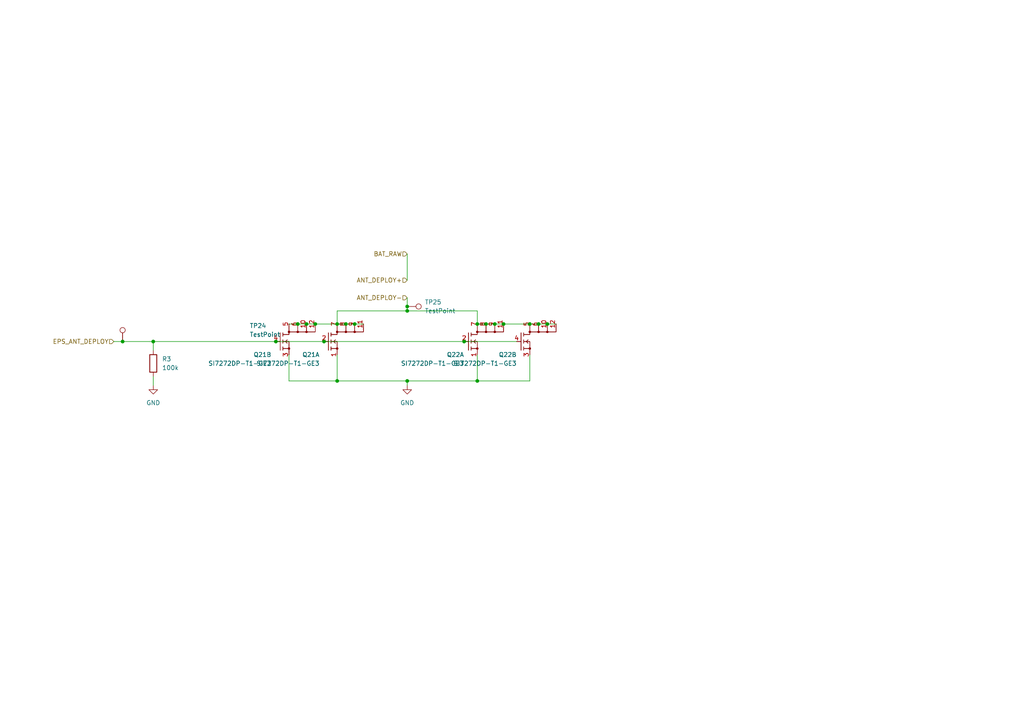
<source format=kicad_sch>
(kicad_sch (version 20231120) (generator "eeschema") (generator_version "8.0")
  (paper "A4")
  (lib_symbols
    (symbol "Connector:TestPoint" (pin_numbers hide) (pin_names (offset 0.762) hide)
      (property "Reference" "TP" (at 0 6.858 0))
      (property "Value" "TestPoint" (at 0 5.08 0))
      (symbol "TestPoint_0_1"
        (circle (center 0 3.302) (radius 0.762))
      )
      (symbol "TestPoint_1_1"
        (pin passive line (at 0 0 90) (length 2.54) (name "1") (number "1"))
      )
    )
    (symbol "Device:R" (pin_numbers hide) (pin_names (offset 0))
      (property "Reference" "R" (at 2.032 0 90))
      (property "Value" "R" (at 0 0 90))
      (symbol "R_0_1"
        (rectangle (start -1.016 -2.54) (end 1.016 2.54) (stroke (width 0.254)))
      )
      (symbol "R_1_1"
        (pin passive line (at 0 3.81 270) (length 1.27) (name "~") (number "1"))
        (pin passive line (at 0 -3.81 90) (length 1.27) (name "~") (number "2"))
      )
    )
    (symbol "STS_Transistor_FET:SI7272DP-T1-GE3" (pin_names hide)
      (property "Reference" "Q" (at -3.556 3.81 0))
      (property "Value" "SI7272DP-T1-GE3" (at 5.842 -3.048 0))
      (symbol "SI7272DP-T1-GE3_0_1"
        (polyline (pts (xy 1.27 0) (xy 1.27 -2.54)))
        (polyline (pts (xy 1.27 0) (xy 1.27 -2.54)))
        (polyline (pts (xy 2.032 -2.54) (xy 2.032 -1.524)))
        (polyline (pts (xy 2.032 -2.54) (xy 2.032 -1.524)))
        (polyline (pts (xy 2.032 0.508) (xy 2.032 -0.508)))
        (polyline (pts (xy 2.032 0.508) (xy 2.032 -0.508)))
        (polyline (pts (xy 2.032 2.54) (xy 2.032 1.524)))
        (polyline (pts (xy 2.032 2.54) (xy 2.032 1.524)))
        (polyline (pts (xy 2.794 0) (xy 3.302 -0.508)))
        (polyline (pts (xy 2.794 0) (xy 3.302 -0.508)))
        (polyline (pts (xy 2.794 0) (xy 3.302 0.508)))
        (polyline (pts (xy 2.794 0) (xy 3.302 0.508)))
        (polyline (pts (xy 3.81 2.794) (xy 3.81 5.08)))
        (polyline (pts (xy 3.81 2.794) (xy 3.81 5.08)))
        (polyline (pts (xy 0 0) (xy 1.27 0) (xy 1.27 2.54)))
        (polyline (pts (xy 0 0) (xy 1.27 0) (xy 1.27 2.54)))
        (polyline (pts (xy 2.032 -2.032) (xy 3.81 -2.032) (xy 3.81 -3.81)))
        (polyline (pts (xy 2.032 -2.032) (xy 3.81 -2.032) (xy 3.81 -3.81)))
        (polyline (pts (xy 2.032 0) (xy 3.81 0) (xy 3.81 -2.032)))
        (polyline (pts (xy 2.032 0) (xy 3.81 0) (xy 3.81 -2.032)))
        (polyline (pts (xy 2.032 2.032) (xy 3.81 2.032) (xy 3.81 2.794)))
        (polyline (pts (xy 2.032 2.032) (xy 3.81 2.032) (xy 3.81 2.794)))
        (polyline (pts (xy 6.35 2.794) (xy 8.89 2.794) (xy 8.89 5.08)))
        (polyline (pts (xy 6.35 2.794) (xy 8.89 2.794) (xy 8.89 5.08)))
        (polyline (pts (xy 6.35 5.08) (xy 6.35 2.794) (xy 3.81 2.794)))
        (polyline (pts (xy 6.35 5.08) (xy 6.35 2.794) (xy 3.81 2.794)))
        (polyline (pts (xy 8.89 2.794) (xy 11.43 2.794) (xy 11.43 5.08)))
        (polyline (pts (xy 8.89 2.794) (xy 11.43 2.794) (xy 11.43 5.08)))
        (circle (center 3.81 -2.032) (radius 0.254) (fill (type outline)))
        (circle (center 3.81 -2.032) (radius 0.254) (fill (type outline)))
        (circle (center 3.81 2.794) (radius 0.254) (fill (type outline)))
        (circle (center 3.81 2.794) (radius 0.254) (fill (type outline)))
        (circle (center 6.35 2.794) (radius 0.254) (fill (type outline)))
        (circle (center 6.35 2.794) (radius 0.254) (fill (type outline)))
        (circle (center 8.89 2.794) (radius 0.254) (fill (type outline)))
        (circle (center 8.89 2.794) (radius 0.254) (fill (type outline)))
      )
      (symbol "SI7272DP-T1-GE3_1_0"
        (pin passive line (at 3.81 -3.81 270) (length 0) (name "S1") (number "1"))
        (pin passive line (at 11.43 5.08 90) (length 0) (name "D1_4") (number "11"))
        (pin passive line (at 0 0 180) (length 0) (name "G1") (number "2"))
        (pin passive line (at 0 0 180) (length 0) (name "G1") (number "2"))
        (pin passive line (at 3.81 5.08 90) (length 0) (name "D1_1") (number "7"))
        (pin passive line (at 6.35 5.08 90) (length 0) (name "D1_2") (number "8"))
        (pin passive line (at 8.89 5.08 90) (length 0) (name "D1_3") (number "9"))
      )
      (symbol "SI7272DP-T1-GE3_2_0"
        (pin passive line (at 8.89 5.08 90) (length 0) (name "D2_3") (number "10"))
        (pin passive line (at 11.43 5.08 90) (length 0) (name "D2_4") (number "12"))
        (pin passive line (at 3.81 -3.81 270) (length 0) (name "S2") (number "3"))
        (pin passive line (at 0 0 180) (length 0) (name "G2") (number "4"))
        (pin passive line (at 3.81 5.08 90) (length 0) (name "D2_1") (number "5"))
        (pin passive line (at 6.35 5.08 90) (length 0) (name "D2_2") (number "6"))
      )
    )
    (symbol "power:GND" (power) (pin_numbers hide) (pin_names (offset 0) hide)
      (property "Value" "GND" (at 0 -3.81 0))
      (symbol "GND_0_1"
        (polyline (pts (xy 0 0) (xy 0 -1.27) (xy 1.27 -1.27) (xy 0 -2.54) (xy -1.27 -1.27) (xy 0 -1.27)))
      )
      (symbol "GND_1_1"
        (pin power_in line (at 0 0 270) (length 0) (name "~") (number "1"))
      )
    )
  )
  (junction (at 88.9 93.98))
  (junction (at 153.67 93.98))
  (junction (at 93.98 99.06))
  (junction (at 118.11 110.49))
  (junction (at 97.79 110.49))
  (junction (at 80.01 99.06))
  (junction (at 118.11 88.9))
  (junction (at 138.43 110.49))
  (junction (at 140.97 93.98))
  (junction (at 100.33 93.98))
  (junction (at 134.62 99.06))
  (junction (at 91.44 93.98))
  (junction (at 143.51 93.98))
  (junction (at 44.45 99.06))
  (junction (at 97.79 93.98))
  (junction (at 118.11 90.17))
  (junction (at 35.56 99.06))
  (junction (at 146.05 93.98))
  (junction (at 158.75 93.98))
  (junction (at 102.87 93.98))
  (junction (at 86.36 93.98))
  (junction (at 156.21 93.98))
  (junction (at 138.43 93.98))
  (wire (pts (xy 83.82 102.87) (xy 83.82 110.49)))
  (wire (pts (xy 86.36 93.98) (xy 88.9 93.98)))
  (wire (pts (xy 134.62 99.06) (xy 149.86 99.06)))
  (wire (pts (xy 118.11 90.17) (xy 118.11 88.9)))
  (wire (pts (xy 44.45 109.22) (xy 44.45 111.76)))
  (wire (pts (xy 138.43 93.98) (xy 140.97 93.98)))
  (wire (pts (xy 118.11 110.49) (xy 118.11 111.76)))
  (wire (pts (xy 80.01 99.06) (xy 93.98 99.06)))
  (wire (pts (xy 44.45 99.06) (xy 44.45 101.6)))
  (wire (pts (xy 138.43 110.49) (xy 138.43 102.87)))
  (wire (pts (xy 102.87 93.98) (xy 105.41 93.98)))
  (wire (pts (xy 153.67 93.98) (xy 156.21 93.98)))
  (wire (pts (xy 88.9 93.98) (xy 91.44 93.98)))
  (wire (pts (xy 100.33 93.98) (xy 102.87 93.98)))
  (wire (pts (xy 97.79 110.49) (xy 118.11 110.49)))
  (wire (pts (xy 44.45 99.06) (xy 80.01 99.06)))
  (wire (pts (xy 97.79 93.98) (xy 100.33 93.98)))
  (wire (pts (xy 91.44 93.98) (xy 97.79 93.98)))
  (wire (pts (xy 97.79 93.98) (xy 97.79 90.17)))
  (wire (pts (xy 118.11 88.9) (xy 118.11 86.36)))
  (wire (pts (xy 118.11 73.66) (xy 118.11 81.28)))
  (wire (pts (xy 156.21 93.98) (xy 158.75 93.98)))
  (wire (pts (xy 83.82 110.49) (xy 97.79 110.49)))
  (wire (pts (xy 153.67 110.49) (xy 138.43 110.49)))
  (wire (pts (xy 33.02 99.06) (xy 35.56 99.06)))
  (wire (pts (xy 143.51 93.98) (xy 146.05 93.98)))
  (wire (pts (xy 118.11 90.17) (xy 138.43 90.17)))
  (wire (pts (xy 97.79 102.87) (xy 97.79 110.49)))
  (wire (pts (xy 158.75 93.98) (xy 161.29 93.98)))
  (wire (pts (xy 146.05 93.98) (xy 153.67 93.98)))
  (wire (pts (xy 153.67 102.87) (xy 153.67 110.49)))
  (wire (pts (xy 138.43 90.17) (xy 138.43 93.98)))
  (wire (pts (xy 97.79 90.17) (xy 118.11 90.17)))
  (wire (pts (xy 140.97 93.98) (xy 143.51 93.98)))
  (wire (pts (xy 93.98 99.06) (xy 134.62 99.06)))
  (wire (pts (xy 35.56 99.06) (xy 44.45 99.06)))
  (wire (pts (xy 118.11 110.49) (xy 138.43 110.49)))
  (wire (pts (xy 83.82 93.98) (xy 86.36 93.98)))
  (hierarchical_label "BAT_RAW" (shape input) (at 118.11 73.66 180))
  (hierarchical_label "ANT_DEPLOY+" (shape input) (at 118.11 81.28 180))
  (hierarchical_label "ANT_DEPLOY-" (shape input) (at 118.11 86.36 180))
  (hierarchical_label "EPS_ANT_DEPLOY" (shape input) (at 33.02 99.06 180))
  (symbol (lib_id "STS_Transistor_FET:SI7272DP-T1-GE3") (at 134.62 99.06 0) (unit 1)
    (property "Reference" "Q22" (at 134.62 102.87 0) (effects (justify right)))
    (property "Value" "SI7272DP-T1-GE3" (at 134.62 105.41 0) (effects (justify right)))
    (property "Footprint" "STS_Package_SO:POWERPAK_SO8" (effects (hide yes)))
    (property "Manufacturer_Name" "Vishay" (effects (hide yes)))
  )
  (symbol (lib_id "STS_Transistor_FET:SI7272DP-T1-GE3") (at 149.86 99.06 0) (unit 2)
    (property "Reference" "Q22" (at 149.86 102.87 0) (effects (justify right)))
    (property "Value" "SI7272DP-T1-GE3" (at 149.86 105.41 0) (effects (justify right)))
    (property "Footprint" "STS_Package_SO:POWERPAK_SO8" (effects (hide yes)))
    (property "Manufacturer_Name" "Vishay" (effects (hide yes)))
  )
  (symbol (lib_id "STS_Transistor_FET:SI7272DP-T1-GE3") (at 93.98 99.06 0) (unit 1)
    (property "Reference" "Q21" (at 92.71 102.87 0) (effects (justify right)))
    (property "Value" "SI7272DP-T1-GE3" (at 92.71 105.41 0) (effects (justify right)))
    (property "Footprint" "STS_Package_SO:POWERPAK_SO8" (effects (hide yes)))
    (property "Manufacturer_Name" "Vishay" (effects (hide yes)))
  )
  (symbol (lib_id "power:GND") (at 44.45 111.76 0) (unit 1)
    (property "Reference" "#PWR024" (effects (hide yes)))
    (property "Value" "GND" (at 44.45 116.84 0))
    (property "Description" "Power symbol creates a global label with name \"GND\" , ground" (effects (hide yes)))
  )
  (symbol (lib_id "STS_Transistor_FET:SI7272DP-T1-GE3") (at 80.01 99.06 0) (unit 2)
    (property "Reference" "Q21" (at 78.74 102.87 0) (effects (justify right)))
    (property "Value" "SI7272DP-T1-GE3" (at 78.74 105.41 0) (effects (justify right)))
    (property "Footprint" "STS_Package_SO:POWERPAK_SO8" (effects (hide yes)))
    (property "Manufacturer_Name" "Vishay" (effects (hide yes)))
  )
  (symbol (lib_id "Connector:TestPoint") (at 118.11 88.9 270) (unit 1)
    (property "Reference" "TP25" (at 123.19 87.6299 90) (effects (justify left)))
    (property "Value" "TestPoint" (at 123.19 90.1699 90) (effects (justify left)))
    (property "Footprint" "TestPoint:TestPoint_THTPad_D1.0mm_Drill0.5mm" (effects (hide yes)))
  )
  (symbol (lib_id "Connector:TestPoint") (at 35.56 99.06 0) (unit 1)
    (property "Reference" "TP24" (at 72.39 94.4879 0) (effects (justify left)))
    (property "Value" "TestPoint" (at 72.39 97.0279 0) (effects (justify left)))
    (property "Footprint" "TestPoint:TestPoint_THTPad_D1.0mm_Drill0.5mm" (effects (hide yes)))
  )
  (symbol (lib_id "power:GND") (at 118.11 111.76 0) (unit 1)
    (property "Reference" "#PWR070" (effects (hide yes)))
    (property "Value" "GND" (at 118.11 116.84 0))
    (property "Description" "Power symbol creates a global label with name \"GND\" , ground" (effects (hide yes)))
  )
  (symbol (lib_id "Device:R") (at 44.45 105.41 0) (unit 1)
    (property "Reference" "R3" (at 46.99 104.1399 0) (effects (justify left)))
    (property "Value" "100k" (at 46.99 106.6799 0) (effects (justify left)))
    (property "Footprint" "Capacitor_SMD:C_0805_2012Metric" (effects (hide yes)))
    (property "Description" "Resistor" (effects (hide yes)))
  )
)
</source>
